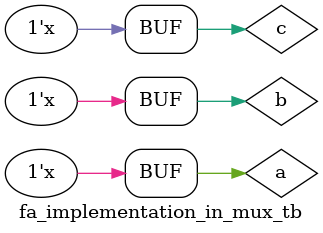
<source format=v>
module fa_implementation_in_mux_dut (
    input a,b,c,output sum,carry
);
    assign sum= b?(a?c:~c):(a?~c:c);
    //assign =~a&~b&0 | ~a&b&c | a&~b&c | a&b
    assign carry= b?(a?1:c):(a?c:0);
endmodule

module fa_implementation_in_mux_tb (
    
);
  reg a,b,c; 
  wire sum,carry; 

  fa_implementation_in_mux_dut a1(a,b,c,sum,carry);
  initial begin
    a=0;b=0;c=0;
  end

  always #5 c=~c;
  always #10 b=~b;
  always #20 a=~a;
endmodule

</source>
